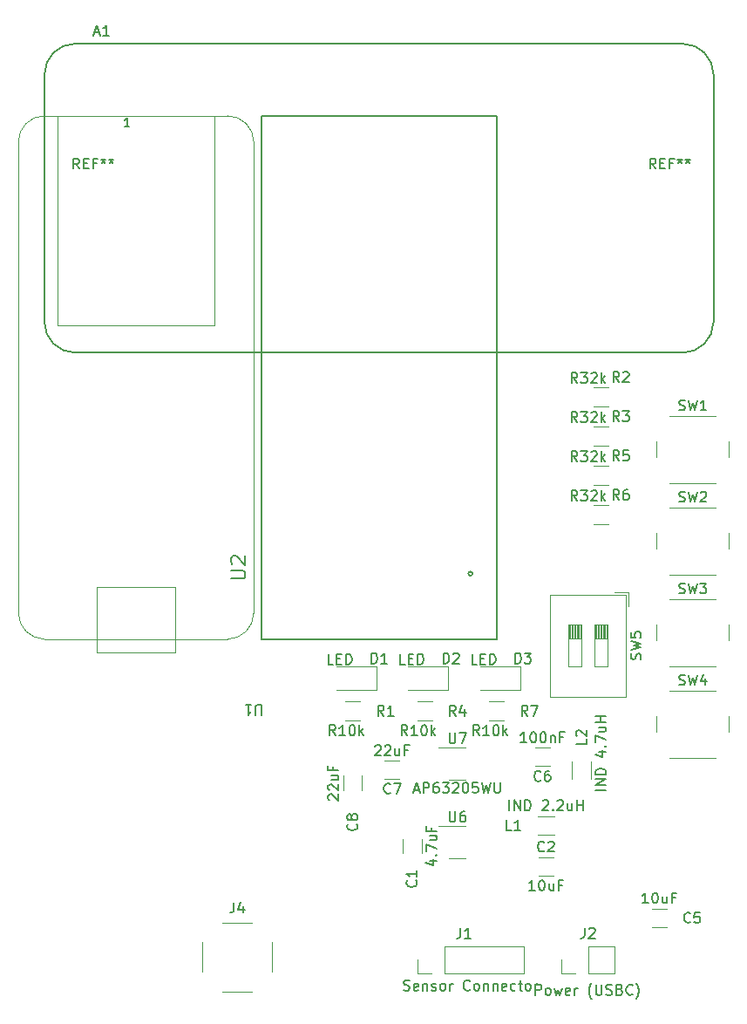
<source format=gbr>
%TF.GenerationSoftware,KiCad,Pcbnew,(6.0.5-0)*%
%TF.CreationDate,2022-10-17T18:29:33-07:00*%
%TF.ProjectId,Pioneer Controller,50696f6e-6565-4722-9043-6f6e74726f6c,rev?*%
%TF.SameCoordinates,Original*%
%TF.FileFunction,Legend,Top*%
%TF.FilePolarity,Positive*%
%FSLAX46Y46*%
G04 Gerber Fmt 4.6, Leading zero omitted, Abs format (unit mm)*
G04 Created by KiCad (PCBNEW (6.0.5-0)) date 2022-10-17 18:29:33*
%MOMM*%
%LPD*%
G01*
G04 APERTURE LIST*
%ADD10C,0.150000*%
%ADD11C,0.127000*%
%ADD12C,0.203200*%
%ADD13C,0.120000*%
G04 APERTURE END LIST*
D10*
%TO.C,U2*%
X50384150Y-76037660D02*
X51519867Y-76037660D01*
X51653481Y-75970853D01*
X51720288Y-75904046D01*
X51787095Y-75770432D01*
X51787095Y-75503205D01*
X51720288Y-75369591D01*
X51653481Y-75302784D01*
X51519867Y-75235977D01*
X50384150Y-75235977D01*
X50517764Y-74634715D02*
X50450957Y-74567908D01*
X50384150Y-74434294D01*
X50384150Y-74100260D01*
X50450957Y-73966646D01*
X50517764Y-73899839D01*
X50651378Y-73833032D01*
X50784992Y-73833032D01*
X50985412Y-73899839D01*
X51787095Y-74701522D01*
X51787095Y-73833032D01*
%TO.C,L2*%
X84907380Y-91606666D02*
X84907380Y-92082857D01*
X83907380Y-92082857D01*
X84002619Y-91320952D02*
X83955000Y-91273333D01*
X83907380Y-91178095D01*
X83907380Y-90940000D01*
X83955000Y-90844761D01*
X84002619Y-90797142D01*
X84097857Y-90749523D01*
X84193095Y-90749523D01*
X84335952Y-90797142D01*
X84907380Y-91368571D01*
X84907380Y-90749523D01*
X86812380Y-96571428D02*
X85812380Y-96571428D01*
X86812380Y-96095238D02*
X85812380Y-96095238D01*
X86812380Y-95523809D01*
X85812380Y-95523809D01*
X86812380Y-95047619D02*
X85812380Y-95047619D01*
X85812380Y-94809523D01*
X85860000Y-94666666D01*
X85955238Y-94571428D01*
X86050476Y-94523809D01*
X86240952Y-94476190D01*
X86383809Y-94476190D01*
X86574285Y-94523809D01*
X86669523Y-94571428D01*
X86764761Y-94666666D01*
X86812380Y-94809523D01*
X86812380Y-95047619D01*
X86145714Y-92857142D02*
X86812380Y-92857142D01*
X85764761Y-93095238D02*
X86479047Y-93333333D01*
X86479047Y-92714285D01*
X86717142Y-92333333D02*
X86764761Y-92285714D01*
X86812380Y-92333333D01*
X86764761Y-92380952D01*
X86717142Y-92333333D01*
X86812380Y-92333333D01*
X85812380Y-91952380D02*
X85812380Y-91285714D01*
X86812380Y-91714285D01*
X86145714Y-90476190D02*
X86812380Y-90476190D01*
X86145714Y-90904761D02*
X86669523Y-90904761D01*
X86764761Y-90857142D01*
X86812380Y-90761904D01*
X86812380Y-90619047D01*
X86764761Y-90523809D01*
X86717142Y-90476190D01*
X86812380Y-90000000D02*
X85812380Y-90000000D01*
X86288571Y-90000000D02*
X86288571Y-89428571D01*
X86812380Y-89428571D02*
X85812380Y-89428571D01*
%TO.C,U6*%
X71628095Y-98652380D02*
X71628095Y-99461904D01*
X71675714Y-99557142D01*
X71723333Y-99604761D01*
X71818571Y-99652380D01*
X72009047Y-99652380D01*
X72104285Y-99604761D01*
X72151904Y-99557142D01*
X72199523Y-99461904D01*
X72199523Y-98652380D01*
X73104285Y-98652380D02*
X72913809Y-98652380D01*
X72818571Y-98700000D01*
X72770952Y-98747619D01*
X72675714Y-98890476D01*
X72628095Y-99080952D01*
X72628095Y-99461904D01*
X72675714Y-99557142D01*
X72723333Y-99604761D01*
X72818571Y-99652380D01*
X73009047Y-99652380D01*
X73104285Y-99604761D01*
X73151904Y-99557142D01*
X73199523Y-99461904D01*
X73199523Y-99223809D01*
X73151904Y-99128571D01*
X73104285Y-99080952D01*
X73009047Y-99033333D01*
X72818571Y-99033333D01*
X72723333Y-99080952D01*
X72675714Y-99128571D01*
X72628095Y-99223809D01*
%TO.C,U1*%
X53371904Y-89272619D02*
X53371904Y-88463095D01*
X53324285Y-88367857D01*
X53276666Y-88320238D01*
X53181428Y-88272619D01*
X52990952Y-88272619D01*
X52895714Y-88320238D01*
X52848095Y-88367857D01*
X52800476Y-88463095D01*
X52800476Y-89272619D01*
X51800476Y-88272619D02*
X52371904Y-88272619D01*
X52086190Y-88272619D02*
X52086190Y-89272619D01*
X52181428Y-89129761D01*
X52276666Y-89034523D01*
X52371904Y-88986904D01*
%TO.C,R7*%
X79208333Y-89352380D02*
X78875000Y-88876190D01*
X78636904Y-89352380D02*
X78636904Y-88352380D01*
X79017857Y-88352380D01*
X79113095Y-88400000D01*
X79160714Y-88447619D01*
X79208333Y-88542857D01*
X79208333Y-88685714D01*
X79160714Y-88780952D01*
X79113095Y-88828571D01*
X79017857Y-88876190D01*
X78636904Y-88876190D01*
X79541666Y-88352380D02*
X80208333Y-88352380D01*
X79779761Y-89352380D01*
X74517380Y-91257380D02*
X74184047Y-90781190D01*
X73945952Y-91257380D02*
X73945952Y-90257380D01*
X74326904Y-90257380D01*
X74422142Y-90305000D01*
X74469761Y-90352619D01*
X74517380Y-90447857D01*
X74517380Y-90590714D01*
X74469761Y-90685952D01*
X74422142Y-90733571D01*
X74326904Y-90781190D01*
X73945952Y-90781190D01*
X75469761Y-91257380D02*
X74898333Y-91257380D01*
X75184047Y-91257380D02*
X75184047Y-90257380D01*
X75088809Y-90400238D01*
X74993571Y-90495476D01*
X74898333Y-90543095D01*
X76088809Y-90257380D02*
X76184047Y-90257380D01*
X76279285Y-90305000D01*
X76326904Y-90352619D01*
X76374523Y-90447857D01*
X76422142Y-90638333D01*
X76422142Y-90876428D01*
X76374523Y-91066904D01*
X76326904Y-91162142D01*
X76279285Y-91209761D01*
X76184047Y-91257380D01*
X76088809Y-91257380D01*
X75993571Y-91209761D01*
X75945952Y-91162142D01*
X75898333Y-91066904D01*
X75850714Y-90876428D01*
X75850714Y-90638333D01*
X75898333Y-90447857D01*
X75945952Y-90352619D01*
X75993571Y-90305000D01*
X76088809Y-90257380D01*
X76850714Y-91257380D02*
X76850714Y-90257380D01*
X76945952Y-90876428D02*
X77231666Y-91257380D01*
X77231666Y-90590714D02*
X76850714Y-90971666D01*
%TO.C,C2*%
X80833333Y-102452142D02*
X80785714Y-102499761D01*
X80642857Y-102547380D01*
X80547619Y-102547380D01*
X80404761Y-102499761D01*
X80309523Y-102404523D01*
X80261904Y-102309285D01*
X80214285Y-102118809D01*
X80214285Y-101975952D01*
X80261904Y-101785476D01*
X80309523Y-101690238D01*
X80404761Y-101595000D01*
X80547619Y-101547380D01*
X80642857Y-101547380D01*
X80785714Y-101595000D01*
X80833333Y-101642619D01*
X81214285Y-101642619D02*
X81261904Y-101595000D01*
X81357142Y-101547380D01*
X81595238Y-101547380D01*
X81690476Y-101595000D01*
X81738095Y-101642619D01*
X81785714Y-101737857D01*
X81785714Y-101833095D01*
X81738095Y-101975952D01*
X81166666Y-102547380D01*
X81785714Y-102547380D01*
X79928571Y-106302380D02*
X79357142Y-106302380D01*
X79642857Y-106302380D02*
X79642857Y-105302380D01*
X79547619Y-105445238D01*
X79452380Y-105540476D01*
X79357142Y-105588095D01*
X80547619Y-105302380D02*
X80642857Y-105302380D01*
X80738095Y-105350000D01*
X80785714Y-105397619D01*
X80833333Y-105492857D01*
X80880952Y-105683333D01*
X80880952Y-105921428D01*
X80833333Y-106111904D01*
X80785714Y-106207142D01*
X80738095Y-106254761D01*
X80642857Y-106302380D01*
X80547619Y-106302380D01*
X80452380Y-106254761D01*
X80404761Y-106207142D01*
X80357142Y-106111904D01*
X80309523Y-105921428D01*
X80309523Y-105683333D01*
X80357142Y-105492857D01*
X80404761Y-105397619D01*
X80452380Y-105350000D01*
X80547619Y-105302380D01*
X81738095Y-105635714D02*
X81738095Y-106302380D01*
X81309523Y-105635714D02*
X81309523Y-106159523D01*
X81357142Y-106254761D01*
X81452380Y-106302380D01*
X81595238Y-106302380D01*
X81690476Y-106254761D01*
X81738095Y-106207142D01*
X82547619Y-105778571D02*
X82214285Y-105778571D01*
X82214285Y-106302380D02*
X82214285Y-105302380D01*
X82690476Y-105302380D01*
%TO.C,C5*%
X95008333Y-109357142D02*
X94960714Y-109404761D01*
X94817857Y-109452380D01*
X94722619Y-109452380D01*
X94579761Y-109404761D01*
X94484523Y-109309523D01*
X94436904Y-109214285D01*
X94389285Y-109023809D01*
X94389285Y-108880952D01*
X94436904Y-108690476D01*
X94484523Y-108595238D01*
X94579761Y-108500000D01*
X94722619Y-108452380D01*
X94817857Y-108452380D01*
X94960714Y-108500000D01*
X95008333Y-108547619D01*
X95913095Y-108452380D02*
X95436904Y-108452380D01*
X95389285Y-108928571D01*
X95436904Y-108880952D01*
X95532142Y-108833333D01*
X95770238Y-108833333D01*
X95865476Y-108880952D01*
X95913095Y-108928571D01*
X95960714Y-109023809D01*
X95960714Y-109261904D01*
X95913095Y-109357142D01*
X95865476Y-109404761D01*
X95770238Y-109452380D01*
X95532142Y-109452380D01*
X95436904Y-109404761D01*
X95389285Y-109357142D01*
X90928571Y-107547380D02*
X90357142Y-107547380D01*
X90642857Y-107547380D02*
X90642857Y-106547380D01*
X90547619Y-106690238D01*
X90452380Y-106785476D01*
X90357142Y-106833095D01*
X91547619Y-106547380D02*
X91642857Y-106547380D01*
X91738095Y-106595000D01*
X91785714Y-106642619D01*
X91833333Y-106737857D01*
X91880952Y-106928333D01*
X91880952Y-107166428D01*
X91833333Y-107356904D01*
X91785714Y-107452142D01*
X91738095Y-107499761D01*
X91642857Y-107547380D01*
X91547619Y-107547380D01*
X91452380Y-107499761D01*
X91404761Y-107452142D01*
X91357142Y-107356904D01*
X91309523Y-107166428D01*
X91309523Y-106928333D01*
X91357142Y-106737857D01*
X91404761Y-106642619D01*
X91452380Y-106595000D01*
X91547619Y-106547380D01*
X92738095Y-106880714D02*
X92738095Y-107547380D01*
X92309523Y-106880714D02*
X92309523Y-107404523D01*
X92357142Y-107499761D01*
X92452380Y-107547380D01*
X92595238Y-107547380D01*
X92690476Y-107499761D01*
X92738095Y-107452142D01*
X93547619Y-107023571D02*
X93214285Y-107023571D01*
X93214285Y-107547380D02*
X93214285Y-106547380D01*
X93690476Y-106547380D01*
%TO.C,C1*%
X68357142Y-105341666D02*
X68404761Y-105389285D01*
X68452380Y-105532142D01*
X68452380Y-105627380D01*
X68404761Y-105770238D01*
X68309523Y-105865476D01*
X68214285Y-105913095D01*
X68023809Y-105960714D01*
X67880952Y-105960714D01*
X67690476Y-105913095D01*
X67595238Y-105865476D01*
X67500000Y-105770238D01*
X67452380Y-105627380D01*
X67452380Y-105532142D01*
X67500000Y-105389285D01*
X67547619Y-105341666D01*
X68452380Y-104389285D02*
X68452380Y-104960714D01*
X68452380Y-104675000D02*
X67452380Y-104675000D01*
X67595238Y-104770238D01*
X67690476Y-104865476D01*
X67738095Y-104960714D01*
X69690714Y-103404761D02*
X70357380Y-103404761D01*
X69309761Y-103642857D02*
X70024047Y-103880952D01*
X70024047Y-103261904D01*
X70262142Y-102880952D02*
X70309761Y-102833333D01*
X70357380Y-102880952D01*
X70309761Y-102928571D01*
X70262142Y-102880952D01*
X70357380Y-102880952D01*
X69357380Y-102500000D02*
X69357380Y-101833333D01*
X70357380Y-102261904D01*
X69690714Y-101023809D02*
X70357380Y-101023809D01*
X69690714Y-101452380D02*
X70214523Y-101452380D01*
X70309761Y-101404761D01*
X70357380Y-101309523D01*
X70357380Y-101166666D01*
X70309761Y-101071428D01*
X70262142Y-101023809D01*
X69833571Y-100214285D02*
X69833571Y-100547619D01*
X70357380Y-100547619D02*
X69357380Y-100547619D01*
X69357380Y-100071428D01*
%TO.C,SW2*%
X93916666Y-68544761D02*
X94059523Y-68592380D01*
X94297619Y-68592380D01*
X94392857Y-68544761D01*
X94440476Y-68497142D01*
X94488095Y-68401904D01*
X94488095Y-68306666D01*
X94440476Y-68211428D01*
X94392857Y-68163809D01*
X94297619Y-68116190D01*
X94107142Y-68068571D01*
X94011904Y-68020952D01*
X93964285Y-67973333D01*
X93916666Y-67878095D01*
X93916666Y-67782857D01*
X93964285Y-67687619D01*
X94011904Y-67640000D01*
X94107142Y-67592380D01*
X94345238Y-67592380D01*
X94488095Y-67640000D01*
X94821428Y-67592380D02*
X95059523Y-68592380D01*
X95250000Y-67878095D01*
X95440476Y-68592380D01*
X95678571Y-67592380D01*
X96011904Y-67687619D02*
X96059523Y-67640000D01*
X96154761Y-67592380D01*
X96392857Y-67592380D01*
X96488095Y-67640000D01*
X96535714Y-67687619D01*
X96583333Y-67782857D01*
X96583333Y-67878095D01*
X96535714Y-68020952D01*
X95964285Y-68592380D01*
X96583333Y-68592380D01*
%TO.C,D1*%
X64031904Y-84272380D02*
X64031904Y-83272380D01*
X64270000Y-83272380D01*
X64412857Y-83320000D01*
X64508095Y-83415238D01*
X64555714Y-83510476D01*
X64603333Y-83700952D01*
X64603333Y-83843809D01*
X64555714Y-84034285D01*
X64508095Y-84129523D01*
X64412857Y-84224761D01*
X64270000Y-84272380D01*
X64031904Y-84272380D01*
X65555714Y-84272380D02*
X64984285Y-84272380D01*
X65270000Y-84272380D02*
X65270000Y-83272380D01*
X65174761Y-83415238D01*
X65079523Y-83510476D01*
X64984285Y-83558095D01*
X60317142Y-84357380D02*
X59840952Y-84357380D01*
X59840952Y-83357380D01*
X60650476Y-83833571D02*
X60983809Y-83833571D01*
X61126666Y-84357380D02*
X60650476Y-84357380D01*
X60650476Y-83357380D01*
X61126666Y-83357380D01*
X61555238Y-84357380D02*
X61555238Y-83357380D01*
X61793333Y-83357380D01*
X61936190Y-83405000D01*
X62031428Y-83500238D01*
X62079047Y-83595476D01*
X62126666Y-83785952D01*
X62126666Y-83928809D01*
X62079047Y-84119285D01*
X62031428Y-84214523D01*
X61936190Y-84309761D01*
X61793333Y-84357380D01*
X61555238Y-84357380D01*
%TO.C,R3*%
X88098333Y-60777380D02*
X87765000Y-60301190D01*
X87526904Y-60777380D02*
X87526904Y-59777380D01*
X87907857Y-59777380D01*
X88003095Y-59825000D01*
X88050714Y-59872619D01*
X88098333Y-59967857D01*
X88098333Y-60110714D01*
X88050714Y-60205952D01*
X88003095Y-60253571D01*
X87907857Y-60301190D01*
X87526904Y-60301190D01*
X88431666Y-59777380D02*
X89050714Y-59777380D01*
X88717380Y-60158333D01*
X88860238Y-60158333D01*
X88955476Y-60205952D01*
X89003095Y-60253571D01*
X89050714Y-60348809D01*
X89050714Y-60586904D01*
X89003095Y-60682142D01*
X88955476Y-60729761D01*
X88860238Y-60777380D01*
X88574523Y-60777380D01*
X88479285Y-60729761D01*
X88431666Y-60682142D01*
X84042380Y-60862380D02*
X83709047Y-60386190D01*
X83470952Y-60862380D02*
X83470952Y-59862380D01*
X83851904Y-59862380D01*
X83947142Y-59910000D01*
X83994761Y-59957619D01*
X84042380Y-60052857D01*
X84042380Y-60195714D01*
X83994761Y-60290952D01*
X83947142Y-60338571D01*
X83851904Y-60386190D01*
X83470952Y-60386190D01*
X84375714Y-59862380D02*
X84994761Y-59862380D01*
X84661428Y-60243333D01*
X84804285Y-60243333D01*
X84899523Y-60290952D01*
X84947142Y-60338571D01*
X84994761Y-60433809D01*
X84994761Y-60671904D01*
X84947142Y-60767142D01*
X84899523Y-60814761D01*
X84804285Y-60862380D01*
X84518571Y-60862380D01*
X84423333Y-60814761D01*
X84375714Y-60767142D01*
X85375714Y-59957619D02*
X85423333Y-59910000D01*
X85518571Y-59862380D01*
X85756666Y-59862380D01*
X85851904Y-59910000D01*
X85899523Y-59957619D01*
X85947142Y-60052857D01*
X85947142Y-60148095D01*
X85899523Y-60290952D01*
X85328095Y-60862380D01*
X85947142Y-60862380D01*
X86375714Y-60862380D02*
X86375714Y-59862380D01*
X86470952Y-60481428D02*
X86756666Y-60862380D01*
X86756666Y-60195714D02*
X86375714Y-60576666D01*
%TO.C,R2*%
X88098333Y-56967380D02*
X87765000Y-56491190D01*
X87526904Y-56967380D02*
X87526904Y-55967380D01*
X87907857Y-55967380D01*
X88003095Y-56015000D01*
X88050714Y-56062619D01*
X88098333Y-56157857D01*
X88098333Y-56300714D01*
X88050714Y-56395952D01*
X88003095Y-56443571D01*
X87907857Y-56491190D01*
X87526904Y-56491190D01*
X88479285Y-56062619D02*
X88526904Y-56015000D01*
X88622142Y-55967380D01*
X88860238Y-55967380D01*
X88955476Y-56015000D01*
X89003095Y-56062619D01*
X89050714Y-56157857D01*
X89050714Y-56253095D01*
X89003095Y-56395952D01*
X88431666Y-56967380D01*
X89050714Y-56967380D01*
X84042380Y-57052380D02*
X83709047Y-56576190D01*
X83470952Y-57052380D02*
X83470952Y-56052380D01*
X83851904Y-56052380D01*
X83947142Y-56100000D01*
X83994761Y-56147619D01*
X84042380Y-56242857D01*
X84042380Y-56385714D01*
X83994761Y-56480952D01*
X83947142Y-56528571D01*
X83851904Y-56576190D01*
X83470952Y-56576190D01*
X84375714Y-56052380D02*
X84994761Y-56052380D01*
X84661428Y-56433333D01*
X84804285Y-56433333D01*
X84899523Y-56480952D01*
X84947142Y-56528571D01*
X84994761Y-56623809D01*
X84994761Y-56861904D01*
X84947142Y-56957142D01*
X84899523Y-57004761D01*
X84804285Y-57052380D01*
X84518571Y-57052380D01*
X84423333Y-57004761D01*
X84375714Y-56957142D01*
X85375714Y-56147619D02*
X85423333Y-56100000D01*
X85518571Y-56052380D01*
X85756666Y-56052380D01*
X85851904Y-56100000D01*
X85899523Y-56147619D01*
X85947142Y-56242857D01*
X85947142Y-56338095D01*
X85899523Y-56480952D01*
X85328095Y-57052380D01*
X85947142Y-57052380D01*
X86375714Y-57052380D02*
X86375714Y-56052380D01*
X86470952Y-56671428D02*
X86756666Y-57052380D01*
X86756666Y-56385714D02*
X86375714Y-56766666D01*
%TO.C,SW3*%
X93916666Y-77434761D02*
X94059523Y-77482380D01*
X94297619Y-77482380D01*
X94392857Y-77434761D01*
X94440476Y-77387142D01*
X94488095Y-77291904D01*
X94488095Y-77196666D01*
X94440476Y-77101428D01*
X94392857Y-77053809D01*
X94297619Y-77006190D01*
X94107142Y-76958571D01*
X94011904Y-76910952D01*
X93964285Y-76863333D01*
X93916666Y-76768095D01*
X93916666Y-76672857D01*
X93964285Y-76577619D01*
X94011904Y-76530000D01*
X94107142Y-76482380D01*
X94345238Y-76482380D01*
X94488095Y-76530000D01*
X94821428Y-76482380D02*
X95059523Y-77482380D01*
X95250000Y-76768095D01*
X95440476Y-77482380D01*
X95678571Y-76482380D01*
X95964285Y-76482380D02*
X96583333Y-76482380D01*
X96250000Y-76863333D01*
X96392857Y-76863333D01*
X96488095Y-76910952D01*
X96535714Y-76958571D01*
X96583333Y-77053809D01*
X96583333Y-77291904D01*
X96535714Y-77387142D01*
X96488095Y-77434761D01*
X96392857Y-77482380D01*
X96107142Y-77482380D01*
X96011904Y-77434761D01*
X95964285Y-77387142D01*
%TO.C,REF\u002A\u002A*%
X35666666Y-36252380D02*
X35333333Y-35776190D01*
X35095238Y-36252380D02*
X35095238Y-35252380D01*
X35476190Y-35252380D01*
X35571428Y-35300000D01*
X35619047Y-35347619D01*
X35666666Y-35442857D01*
X35666666Y-35585714D01*
X35619047Y-35680952D01*
X35571428Y-35728571D01*
X35476190Y-35776190D01*
X35095238Y-35776190D01*
X36095238Y-35728571D02*
X36428571Y-35728571D01*
X36571428Y-36252380D02*
X36095238Y-36252380D01*
X36095238Y-35252380D01*
X36571428Y-35252380D01*
X37333333Y-35728571D02*
X37000000Y-35728571D01*
X37000000Y-36252380D02*
X37000000Y-35252380D01*
X37476190Y-35252380D01*
X38000000Y-35252380D02*
X38000000Y-35490476D01*
X37761904Y-35395238D02*
X38000000Y-35490476D01*
X38238095Y-35395238D01*
X37857142Y-35680952D02*
X38000000Y-35490476D01*
X38142857Y-35680952D01*
X38761904Y-35252380D02*
X38761904Y-35490476D01*
X38523809Y-35395238D02*
X38761904Y-35490476D01*
X39000000Y-35395238D01*
X38619047Y-35680952D02*
X38761904Y-35490476D01*
X38904761Y-35680952D01*
%TO.C,J4*%
X50666666Y-107478380D02*
X50666666Y-108192666D01*
X50619047Y-108335523D01*
X50523809Y-108430761D01*
X50380952Y-108478380D01*
X50285714Y-108478380D01*
X51571428Y-107811714D02*
X51571428Y-108478380D01*
X51333333Y-107430761D02*
X51095238Y-108145047D01*
X51714285Y-108145047D01*
%TO.C,C6*%
X80478333Y-95607142D02*
X80430714Y-95654761D01*
X80287857Y-95702380D01*
X80192619Y-95702380D01*
X80049761Y-95654761D01*
X79954523Y-95559523D01*
X79906904Y-95464285D01*
X79859285Y-95273809D01*
X79859285Y-95130952D01*
X79906904Y-94940476D01*
X79954523Y-94845238D01*
X80049761Y-94750000D01*
X80192619Y-94702380D01*
X80287857Y-94702380D01*
X80430714Y-94750000D01*
X80478333Y-94797619D01*
X81335476Y-94702380D02*
X81145000Y-94702380D01*
X81049761Y-94750000D01*
X81002142Y-94797619D01*
X80906904Y-94940476D01*
X80859285Y-95130952D01*
X80859285Y-95511904D01*
X80906904Y-95607142D01*
X80954523Y-95654761D01*
X81049761Y-95702380D01*
X81240238Y-95702380D01*
X81335476Y-95654761D01*
X81383095Y-95607142D01*
X81430714Y-95511904D01*
X81430714Y-95273809D01*
X81383095Y-95178571D01*
X81335476Y-95130952D01*
X81240238Y-95083333D01*
X81049761Y-95083333D01*
X80954523Y-95130952D01*
X80906904Y-95178571D01*
X80859285Y-95273809D01*
X79097380Y-91947380D02*
X78525952Y-91947380D01*
X78811666Y-91947380D02*
X78811666Y-90947380D01*
X78716428Y-91090238D01*
X78621190Y-91185476D01*
X78525952Y-91233095D01*
X79716428Y-90947380D02*
X79811666Y-90947380D01*
X79906904Y-90995000D01*
X79954523Y-91042619D01*
X80002142Y-91137857D01*
X80049761Y-91328333D01*
X80049761Y-91566428D01*
X80002142Y-91756904D01*
X79954523Y-91852142D01*
X79906904Y-91899761D01*
X79811666Y-91947380D01*
X79716428Y-91947380D01*
X79621190Y-91899761D01*
X79573571Y-91852142D01*
X79525952Y-91756904D01*
X79478333Y-91566428D01*
X79478333Y-91328333D01*
X79525952Y-91137857D01*
X79573571Y-91042619D01*
X79621190Y-90995000D01*
X79716428Y-90947380D01*
X80668809Y-90947380D02*
X80764047Y-90947380D01*
X80859285Y-90995000D01*
X80906904Y-91042619D01*
X80954523Y-91137857D01*
X81002142Y-91328333D01*
X81002142Y-91566428D01*
X80954523Y-91756904D01*
X80906904Y-91852142D01*
X80859285Y-91899761D01*
X80764047Y-91947380D01*
X80668809Y-91947380D01*
X80573571Y-91899761D01*
X80525952Y-91852142D01*
X80478333Y-91756904D01*
X80430714Y-91566428D01*
X80430714Y-91328333D01*
X80478333Y-91137857D01*
X80525952Y-91042619D01*
X80573571Y-90995000D01*
X80668809Y-90947380D01*
X81430714Y-91280714D02*
X81430714Y-91947380D01*
X81430714Y-91375952D02*
X81478333Y-91328333D01*
X81573571Y-91280714D01*
X81716428Y-91280714D01*
X81811666Y-91328333D01*
X81859285Y-91423571D01*
X81859285Y-91947380D01*
X82668809Y-91423571D02*
X82335476Y-91423571D01*
X82335476Y-91947380D02*
X82335476Y-90947380D01*
X82811666Y-90947380D01*
%TO.C,J2*%
X84761666Y-109942380D02*
X84761666Y-110656666D01*
X84714047Y-110799523D01*
X84618809Y-110894761D01*
X84475952Y-110942380D01*
X84380714Y-110942380D01*
X85190238Y-110037619D02*
X85237857Y-109990000D01*
X85333095Y-109942380D01*
X85571190Y-109942380D01*
X85666428Y-109990000D01*
X85714047Y-110037619D01*
X85761666Y-110132857D01*
X85761666Y-110228095D01*
X85714047Y-110370952D01*
X85142619Y-110942380D01*
X85761666Y-110942380D01*
X79976190Y-116452380D02*
X79976190Y-115452380D01*
X80357142Y-115452380D01*
X80452380Y-115500000D01*
X80500000Y-115547619D01*
X80547619Y-115642857D01*
X80547619Y-115785714D01*
X80500000Y-115880952D01*
X80452380Y-115928571D01*
X80357142Y-115976190D01*
X79976190Y-115976190D01*
X81119047Y-116452380D02*
X81023809Y-116404761D01*
X80976190Y-116357142D01*
X80928571Y-116261904D01*
X80928571Y-115976190D01*
X80976190Y-115880952D01*
X81023809Y-115833333D01*
X81119047Y-115785714D01*
X81261904Y-115785714D01*
X81357142Y-115833333D01*
X81404761Y-115880952D01*
X81452380Y-115976190D01*
X81452380Y-116261904D01*
X81404761Y-116357142D01*
X81357142Y-116404761D01*
X81261904Y-116452380D01*
X81119047Y-116452380D01*
X81785714Y-115785714D02*
X81976190Y-116452380D01*
X82166666Y-115976190D01*
X82357142Y-116452380D01*
X82547619Y-115785714D01*
X83309523Y-116404761D02*
X83214285Y-116452380D01*
X83023809Y-116452380D01*
X82928571Y-116404761D01*
X82880952Y-116309523D01*
X82880952Y-115928571D01*
X82928571Y-115833333D01*
X83023809Y-115785714D01*
X83214285Y-115785714D01*
X83309523Y-115833333D01*
X83357142Y-115928571D01*
X83357142Y-116023809D01*
X82880952Y-116119047D01*
X83785714Y-116452380D02*
X83785714Y-115785714D01*
X83785714Y-115976190D02*
X83833333Y-115880952D01*
X83880952Y-115833333D01*
X83976190Y-115785714D01*
X84071428Y-115785714D01*
X85452380Y-116833333D02*
X85404761Y-116785714D01*
X85309523Y-116642857D01*
X85261904Y-116547619D01*
X85214285Y-116404761D01*
X85166666Y-116166666D01*
X85166666Y-115976190D01*
X85214285Y-115738095D01*
X85261904Y-115595238D01*
X85309523Y-115500000D01*
X85404761Y-115357142D01*
X85452380Y-115309523D01*
X85833333Y-115452380D02*
X85833333Y-116261904D01*
X85880952Y-116357142D01*
X85928571Y-116404761D01*
X86023809Y-116452380D01*
X86214285Y-116452380D01*
X86309523Y-116404761D01*
X86357142Y-116357142D01*
X86404761Y-116261904D01*
X86404761Y-115452380D01*
X86833333Y-116404761D02*
X86976190Y-116452380D01*
X87214285Y-116452380D01*
X87309523Y-116404761D01*
X87357142Y-116357142D01*
X87404761Y-116261904D01*
X87404761Y-116166666D01*
X87357142Y-116071428D01*
X87309523Y-116023809D01*
X87214285Y-115976190D01*
X87023809Y-115928571D01*
X86928571Y-115880952D01*
X86880952Y-115833333D01*
X86833333Y-115738095D01*
X86833333Y-115642857D01*
X86880952Y-115547619D01*
X86928571Y-115500000D01*
X87023809Y-115452380D01*
X87261904Y-115452380D01*
X87404761Y-115500000D01*
X88166666Y-115928571D02*
X88309523Y-115976190D01*
X88357142Y-116023809D01*
X88404761Y-116119047D01*
X88404761Y-116261904D01*
X88357142Y-116357142D01*
X88309523Y-116404761D01*
X88214285Y-116452380D01*
X87833333Y-116452380D01*
X87833333Y-115452380D01*
X88166666Y-115452380D01*
X88261904Y-115500000D01*
X88309523Y-115547619D01*
X88357142Y-115642857D01*
X88357142Y-115738095D01*
X88309523Y-115833333D01*
X88261904Y-115880952D01*
X88166666Y-115928571D01*
X87833333Y-115928571D01*
X89404761Y-116357142D02*
X89357142Y-116404761D01*
X89214285Y-116452380D01*
X89119047Y-116452380D01*
X88976190Y-116404761D01*
X88880952Y-116309523D01*
X88833333Y-116214285D01*
X88785714Y-116023809D01*
X88785714Y-115880952D01*
X88833333Y-115690476D01*
X88880952Y-115595238D01*
X88976190Y-115500000D01*
X89119047Y-115452380D01*
X89214285Y-115452380D01*
X89357142Y-115500000D01*
X89404761Y-115547619D01*
X89738095Y-116833333D02*
X89785714Y-116785714D01*
X89880952Y-116642857D01*
X89928571Y-116547619D01*
X89976190Y-116404761D01*
X90023809Y-116166666D01*
X90023809Y-115976190D01*
X89976190Y-115738095D01*
X89928571Y-115595238D01*
X89880952Y-115500000D01*
X89785714Y-115357142D01*
X89738095Y-115309523D01*
%TO.C,SW1*%
X93916666Y-59654761D02*
X94059523Y-59702380D01*
X94297619Y-59702380D01*
X94392857Y-59654761D01*
X94440476Y-59607142D01*
X94488095Y-59511904D01*
X94488095Y-59416666D01*
X94440476Y-59321428D01*
X94392857Y-59273809D01*
X94297619Y-59226190D01*
X94107142Y-59178571D01*
X94011904Y-59130952D01*
X93964285Y-59083333D01*
X93916666Y-58988095D01*
X93916666Y-58892857D01*
X93964285Y-58797619D01*
X94011904Y-58750000D01*
X94107142Y-58702380D01*
X94345238Y-58702380D01*
X94488095Y-58750000D01*
X94821428Y-58702380D02*
X95059523Y-59702380D01*
X95250000Y-58988095D01*
X95440476Y-59702380D01*
X95678571Y-58702380D01*
X96583333Y-59702380D02*
X96011904Y-59702380D01*
X96297619Y-59702380D02*
X96297619Y-58702380D01*
X96202380Y-58845238D01*
X96107142Y-58940476D01*
X96011904Y-58988095D01*
%TO.C,A1*%
X37130364Y-23026981D02*
X37607454Y-23026981D01*
X37034946Y-23313235D02*
X37368909Y-22311345D01*
X37702872Y-23313235D01*
X38561635Y-23313235D02*
X37989127Y-23313235D01*
X38275381Y-23313235D02*
X38275381Y-22311345D01*
X38179963Y-22454473D01*
X38084545Y-22549891D01*
X37989127Y-22597600D01*
X40526107Y-32114028D02*
X40068492Y-32114028D01*
X40297300Y-32114028D02*
X40297300Y-31313201D01*
X40221030Y-31427605D01*
X40144761Y-31503874D01*
X40068492Y-31542009D01*
%TO.C,C7*%
X65873333Y-96822142D02*
X65825714Y-96869761D01*
X65682857Y-96917380D01*
X65587619Y-96917380D01*
X65444761Y-96869761D01*
X65349523Y-96774523D01*
X65301904Y-96679285D01*
X65254285Y-96488809D01*
X65254285Y-96345952D01*
X65301904Y-96155476D01*
X65349523Y-96060238D01*
X65444761Y-95965000D01*
X65587619Y-95917380D01*
X65682857Y-95917380D01*
X65825714Y-95965000D01*
X65873333Y-96012619D01*
X66206666Y-95917380D02*
X66873333Y-95917380D01*
X66444761Y-96917380D01*
X64397142Y-92312619D02*
X64444761Y-92265000D01*
X64540000Y-92217380D01*
X64778095Y-92217380D01*
X64873333Y-92265000D01*
X64920952Y-92312619D01*
X64968571Y-92407857D01*
X64968571Y-92503095D01*
X64920952Y-92645952D01*
X64349523Y-93217380D01*
X64968571Y-93217380D01*
X65349523Y-92312619D02*
X65397142Y-92265000D01*
X65492380Y-92217380D01*
X65730476Y-92217380D01*
X65825714Y-92265000D01*
X65873333Y-92312619D01*
X65920952Y-92407857D01*
X65920952Y-92503095D01*
X65873333Y-92645952D01*
X65301904Y-93217380D01*
X65920952Y-93217380D01*
X66778095Y-92550714D02*
X66778095Y-93217380D01*
X66349523Y-92550714D02*
X66349523Y-93074523D01*
X66397142Y-93169761D01*
X66492380Y-93217380D01*
X66635238Y-93217380D01*
X66730476Y-93169761D01*
X66778095Y-93122142D01*
X67587619Y-92693571D02*
X67254285Y-92693571D01*
X67254285Y-93217380D02*
X67254285Y-92217380D01*
X67730476Y-92217380D01*
%TO.C,SW4*%
X93916666Y-86324761D02*
X94059523Y-86372380D01*
X94297619Y-86372380D01*
X94392857Y-86324761D01*
X94440476Y-86277142D01*
X94488095Y-86181904D01*
X94488095Y-86086666D01*
X94440476Y-85991428D01*
X94392857Y-85943809D01*
X94297619Y-85896190D01*
X94107142Y-85848571D01*
X94011904Y-85800952D01*
X93964285Y-85753333D01*
X93916666Y-85658095D01*
X93916666Y-85562857D01*
X93964285Y-85467619D01*
X94011904Y-85420000D01*
X94107142Y-85372380D01*
X94345238Y-85372380D01*
X94488095Y-85420000D01*
X94821428Y-85372380D02*
X95059523Y-86372380D01*
X95250000Y-85658095D01*
X95440476Y-86372380D01*
X95678571Y-85372380D01*
X96488095Y-85705714D02*
X96488095Y-86372380D01*
X96250000Y-85324761D02*
X96011904Y-86039047D01*
X96630952Y-86039047D01*
%TO.C,SW5*%
X90184761Y-83883333D02*
X90232380Y-83740476D01*
X90232380Y-83502380D01*
X90184761Y-83407142D01*
X90137142Y-83359523D01*
X90041904Y-83311904D01*
X89946666Y-83311904D01*
X89851428Y-83359523D01*
X89803809Y-83407142D01*
X89756190Y-83502380D01*
X89708571Y-83692857D01*
X89660952Y-83788095D01*
X89613333Y-83835714D01*
X89518095Y-83883333D01*
X89422857Y-83883333D01*
X89327619Y-83835714D01*
X89280000Y-83788095D01*
X89232380Y-83692857D01*
X89232380Y-83454761D01*
X89280000Y-83311904D01*
X89232380Y-82978571D02*
X90232380Y-82740476D01*
X89518095Y-82550000D01*
X90232380Y-82359523D01*
X89232380Y-82121428D01*
X89232380Y-81264285D02*
X89232380Y-81740476D01*
X89708571Y-81788095D01*
X89660952Y-81740476D01*
X89613333Y-81645238D01*
X89613333Y-81407142D01*
X89660952Y-81311904D01*
X89708571Y-81264285D01*
X89803809Y-81216666D01*
X90041904Y-81216666D01*
X90137142Y-81264285D01*
X90184761Y-81311904D01*
X90232380Y-81407142D01*
X90232380Y-81645238D01*
X90184761Y-81740476D01*
X90137142Y-81788095D01*
%TO.C,U7*%
X71628095Y-91032380D02*
X71628095Y-91841904D01*
X71675714Y-91937142D01*
X71723333Y-91984761D01*
X71818571Y-92032380D01*
X72009047Y-92032380D01*
X72104285Y-91984761D01*
X72151904Y-91937142D01*
X72199523Y-91841904D01*
X72199523Y-91032380D01*
X72580476Y-91032380D02*
X73247142Y-91032380D01*
X72818571Y-92032380D01*
X68175714Y-96546666D02*
X68651904Y-96546666D01*
X68080476Y-96832380D02*
X68413809Y-95832380D01*
X68747142Y-96832380D01*
X69080476Y-96832380D02*
X69080476Y-95832380D01*
X69461428Y-95832380D01*
X69556666Y-95880000D01*
X69604285Y-95927619D01*
X69651904Y-96022857D01*
X69651904Y-96165714D01*
X69604285Y-96260952D01*
X69556666Y-96308571D01*
X69461428Y-96356190D01*
X69080476Y-96356190D01*
X70509047Y-95832380D02*
X70318571Y-95832380D01*
X70223333Y-95880000D01*
X70175714Y-95927619D01*
X70080476Y-96070476D01*
X70032857Y-96260952D01*
X70032857Y-96641904D01*
X70080476Y-96737142D01*
X70128095Y-96784761D01*
X70223333Y-96832380D01*
X70413809Y-96832380D01*
X70509047Y-96784761D01*
X70556666Y-96737142D01*
X70604285Y-96641904D01*
X70604285Y-96403809D01*
X70556666Y-96308571D01*
X70509047Y-96260952D01*
X70413809Y-96213333D01*
X70223333Y-96213333D01*
X70128095Y-96260952D01*
X70080476Y-96308571D01*
X70032857Y-96403809D01*
X70937619Y-95832380D02*
X71556666Y-95832380D01*
X71223333Y-96213333D01*
X71366190Y-96213333D01*
X71461428Y-96260952D01*
X71509047Y-96308571D01*
X71556666Y-96403809D01*
X71556666Y-96641904D01*
X71509047Y-96737142D01*
X71461428Y-96784761D01*
X71366190Y-96832380D01*
X71080476Y-96832380D01*
X70985238Y-96784761D01*
X70937619Y-96737142D01*
X71937619Y-95927619D02*
X71985238Y-95880000D01*
X72080476Y-95832380D01*
X72318571Y-95832380D01*
X72413809Y-95880000D01*
X72461428Y-95927619D01*
X72509047Y-96022857D01*
X72509047Y-96118095D01*
X72461428Y-96260952D01*
X71890000Y-96832380D01*
X72509047Y-96832380D01*
X73128095Y-95832380D02*
X73223333Y-95832380D01*
X73318571Y-95880000D01*
X73366190Y-95927619D01*
X73413809Y-96022857D01*
X73461428Y-96213333D01*
X73461428Y-96451428D01*
X73413809Y-96641904D01*
X73366190Y-96737142D01*
X73318571Y-96784761D01*
X73223333Y-96832380D01*
X73128095Y-96832380D01*
X73032857Y-96784761D01*
X72985238Y-96737142D01*
X72937619Y-96641904D01*
X72890000Y-96451428D01*
X72890000Y-96213333D01*
X72937619Y-96022857D01*
X72985238Y-95927619D01*
X73032857Y-95880000D01*
X73128095Y-95832380D01*
X74366190Y-95832380D02*
X73890000Y-95832380D01*
X73842380Y-96308571D01*
X73890000Y-96260952D01*
X73985238Y-96213333D01*
X74223333Y-96213333D01*
X74318571Y-96260952D01*
X74366190Y-96308571D01*
X74413809Y-96403809D01*
X74413809Y-96641904D01*
X74366190Y-96737142D01*
X74318571Y-96784761D01*
X74223333Y-96832380D01*
X73985238Y-96832380D01*
X73890000Y-96784761D01*
X73842380Y-96737142D01*
X74747142Y-95832380D02*
X74985238Y-96832380D01*
X75175714Y-96118095D01*
X75366190Y-96832380D01*
X75604285Y-95832380D01*
X75985238Y-95832380D02*
X75985238Y-96641904D01*
X76032857Y-96737142D01*
X76080476Y-96784761D01*
X76175714Y-96832380D01*
X76366190Y-96832380D01*
X76461428Y-96784761D01*
X76509047Y-96737142D01*
X76556666Y-96641904D01*
X76556666Y-95832380D01*
%TO.C,D3*%
X78001904Y-84272380D02*
X78001904Y-83272380D01*
X78240000Y-83272380D01*
X78382857Y-83320000D01*
X78478095Y-83415238D01*
X78525714Y-83510476D01*
X78573333Y-83700952D01*
X78573333Y-83843809D01*
X78525714Y-84034285D01*
X78478095Y-84129523D01*
X78382857Y-84224761D01*
X78240000Y-84272380D01*
X78001904Y-84272380D01*
X78906666Y-83272380D02*
X79525714Y-83272380D01*
X79192380Y-83653333D01*
X79335238Y-83653333D01*
X79430476Y-83700952D01*
X79478095Y-83748571D01*
X79525714Y-83843809D01*
X79525714Y-84081904D01*
X79478095Y-84177142D01*
X79430476Y-84224761D01*
X79335238Y-84272380D01*
X79049523Y-84272380D01*
X78954285Y-84224761D01*
X78906666Y-84177142D01*
X74287142Y-84357380D02*
X73810952Y-84357380D01*
X73810952Y-83357380D01*
X74620476Y-83833571D02*
X74953809Y-83833571D01*
X75096666Y-84357380D02*
X74620476Y-84357380D01*
X74620476Y-83357380D01*
X75096666Y-83357380D01*
X75525238Y-84357380D02*
X75525238Y-83357380D01*
X75763333Y-83357380D01*
X75906190Y-83405000D01*
X76001428Y-83500238D01*
X76049047Y-83595476D01*
X76096666Y-83785952D01*
X76096666Y-83928809D01*
X76049047Y-84119285D01*
X76001428Y-84214523D01*
X75906190Y-84309761D01*
X75763333Y-84357380D01*
X75525238Y-84357380D01*
%TO.C,R4*%
X72223333Y-89352380D02*
X71890000Y-88876190D01*
X71651904Y-89352380D02*
X71651904Y-88352380D01*
X72032857Y-88352380D01*
X72128095Y-88400000D01*
X72175714Y-88447619D01*
X72223333Y-88542857D01*
X72223333Y-88685714D01*
X72175714Y-88780952D01*
X72128095Y-88828571D01*
X72032857Y-88876190D01*
X71651904Y-88876190D01*
X73080476Y-88685714D02*
X73080476Y-89352380D01*
X72842380Y-88304761D02*
X72604285Y-89019047D01*
X73223333Y-89019047D01*
X67532380Y-91257380D02*
X67199047Y-90781190D01*
X66960952Y-91257380D02*
X66960952Y-90257380D01*
X67341904Y-90257380D01*
X67437142Y-90305000D01*
X67484761Y-90352619D01*
X67532380Y-90447857D01*
X67532380Y-90590714D01*
X67484761Y-90685952D01*
X67437142Y-90733571D01*
X67341904Y-90781190D01*
X66960952Y-90781190D01*
X68484761Y-91257380D02*
X67913333Y-91257380D01*
X68199047Y-91257380D02*
X68199047Y-90257380D01*
X68103809Y-90400238D01*
X68008571Y-90495476D01*
X67913333Y-90543095D01*
X69103809Y-90257380D02*
X69199047Y-90257380D01*
X69294285Y-90305000D01*
X69341904Y-90352619D01*
X69389523Y-90447857D01*
X69437142Y-90638333D01*
X69437142Y-90876428D01*
X69389523Y-91066904D01*
X69341904Y-91162142D01*
X69294285Y-91209761D01*
X69199047Y-91257380D01*
X69103809Y-91257380D01*
X69008571Y-91209761D01*
X68960952Y-91162142D01*
X68913333Y-91066904D01*
X68865714Y-90876428D01*
X68865714Y-90638333D01*
X68913333Y-90447857D01*
X68960952Y-90352619D01*
X69008571Y-90305000D01*
X69103809Y-90257380D01*
X69865714Y-91257380D02*
X69865714Y-90257380D01*
X69960952Y-90876428D02*
X70246666Y-91257380D01*
X70246666Y-90590714D02*
X69865714Y-90971666D01*
%TO.C,D2*%
X71016904Y-84272380D02*
X71016904Y-83272380D01*
X71255000Y-83272380D01*
X71397857Y-83320000D01*
X71493095Y-83415238D01*
X71540714Y-83510476D01*
X71588333Y-83700952D01*
X71588333Y-83843809D01*
X71540714Y-84034285D01*
X71493095Y-84129523D01*
X71397857Y-84224761D01*
X71255000Y-84272380D01*
X71016904Y-84272380D01*
X71969285Y-83367619D02*
X72016904Y-83320000D01*
X72112142Y-83272380D01*
X72350238Y-83272380D01*
X72445476Y-83320000D01*
X72493095Y-83367619D01*
X72540714Y-83462857D01*
X72540714Y-83558095D01*
X72493095Y-83700952D01*
X71921666Y-84272380D01*
X72540714Y-84272380D01*
X67302142Y-84357380D02*
X66825952Y-84357380D01*
X66825952Y-83357380D01*
X67635476Y-83833571D02*
X67968809Y-83833571D01*
X68111666Y-84357380D02*
X67635476Y-84357380D01*
X67635476Y-83357380D01*
X68111666Y-83357380D01*
X68540238Y-84357380D02*
X68540238Y-83357380D01*
X68778333Y-83357380D01*
X68921190Y-83405000D01*
X69016428Y-83500238D01*
X69064047Y-83595476D01*
X69111666Y-83785952D01*
X69111666Y-83928809D01*
X69064047Y-84119285D01*
X69016428Y-84214523D01*
X68921190Y-84309761D01*
X68778333Y-84357380D01*
X68540238Y-84357380D01*
%TO.C,J1*%
X72691666Y-109942380D02*
X72691666Y-110656666D01*
X72644047Y-110799523D01*
X72548809Y-110894761D01*
X72405952Y-110942380D01*
X72310714Y-110942380D01*
X73691666Y-110942380D02*
X73120238Y-110942380D01*
X73405952Y-110942380D02*
X73405952Y-109942380D01*
X73310714Y-110085238D01*
X73215476Y-110180476D01*
X73120238Y-110228095D01*
X67183809Y-115974761D02*
X67326666Y-116022380D01*
X67564761Y-116022380D01*
X67660000Y-115974761D01*
X67707619Y-115927142D01*
X67755238Y-115831904D01*
X67755238Y-115736666D01*
X67707619Y-115641428D01*
X67660000Y-115593809D01*
X67564761Y-115546190D01*
X67374285Y-115498571D01*
X67279047Y-115450952D01*
X67231428Y-115403333D01*
X67183809Y-115308095D01*
X67183809Y-115212857D01*
X67231428Y-115117619D01*
X67279047Y-115070000D01*
X67374285Y-115022380D01*
X67612380Y-115022380D01*
X67755238Y-115070000D01*
X68564761Y-115974761D02*
X68469523Y-116022380D01*
X68279047Y-116022380D01*
X68183809Y-115974761D01*
X68136190Y-115879523D01*
X68136190Y-115498571D01*
X68183809Y-115403333D01*
X68279047Y-115355714D01*
X68469523Y-115355714D01*
X68564761Y-115403333D01*
X68612380Y-115498571D01*
X68612380Y-115593809D01*
X68136190Y-115689047D01*
X69040952Y-115355714D02*
X69040952Y-116022380D01*
X69040952Y-115450952D02*
X69088571Y-115403333D01*
X69183809Y-115355714D01*
X69326666Y-115355714D01*
X69421904Y-115403333D01*
X69469523Y-115498571D01*
X69469523Y-116022380D01*
X69898095Y-115974761D02*
X69993333Y-116022380D01*
X70183809Y-116022380D01*
X70279047Y-115974761D01*
X70326666Y-115879523D01*
X70326666Y-115831904D01*
X70279047Y-115736666D01*
X70183809Y-115689047D01*
X70040952Y-115689047D01*
X69945714Y-115641428D01*
X69898095Y-115546190D01*
X69898095Y-115498571D01*
X69945714Y-115403333D01*
X70040952Y-115355714D01*
X70183809Y-115355714D01*
X70279047Y-115403333D01*
X70898095Y-116022380D02*
X70802857Y-115974761D01*
X70755238Y-115927142D01*
X70707619Y-115831904D01*
X70707619Y-115546190D01*
X70755238Y-115450952D01*
X70802857Y-115403333D01*
X70898095Y-115355714D01*
X71040952Y-115355714D01*
X71136190Y-115403333D01*
X71183809Y-115450952D01*
X71231428Y-115546190D01*
X71231428Y-115831904D01*
X71183809Y-115927142D01*
X71136190Y-115974761D01*
X71040952Y-116022380D01*
X70898095Y-116022380D01*
X71660000Y-116022380D02*
X71660000Y-115355714D01*
X71660000Y-115546190D02*
X71707619Y-115450952D01*
X71755238Y-115403333D01*
X71850476Y-115355714D01*
X71945714Y-115355714D01*
X73612380Y-115927142D02*
X73564761Y-115974761D01*
X73421904Y-116022380D01*
X73326666Y-116022380D01*
X73183809Y-115974761D01*
X73088571Y-115879523D01*
X73040952Y-115784285D01*
X72993333Y-115593809D01*
X72993333Y-115450952D01*
X73040952Y-115260476D01*
X73088571Y-115165238D01*
X73183809Y-115070000D01*
X73326666Y-115022380D01*
X73421904Y-115022380D01*
X73564761Y-115070000D01*
X73612380Y-115117619D01*
X74183809Y-116022380D02*
X74088571Y-115974761D01*
X74040952Y-115927142D01*
X73993333Y-115831904D01*
X73993333Y-115546190D01*
X74040952Y-115450952D01*
X74088571Y-115403333D01*
X74183809Y-115355714D01*
X74326666Y-115355714D01*
X74421904Y-115403333D01*
X74469523Y-115450952D01*
X74517142Y-115546190D01*
X74517142Y-115831904D01*
X74469523Y-115927142D01*
X74421904Y-115974761D01*
X74326666Y-116022380D01*
X74183809Y-116022380D01*
X74945714Y-115355714D02*
X74945714Y-116022380D01*
X74945714Y-115450952D02*
X74993333Y-115403333D01*
X75088571Y-115355714D01*
X75231428Y-115355714D01*
X75326666Y-115403333D01*
X75374285Y-115498571D01*
X75374285Y-116022380D01*
X75850476Y-115355714D02*
X75850476Y-116022380D01*
X75850476Y-115450952D02*
X75898095Y-115403333D01*
X75993333Y-115355714D01*
X76136190Y-115355714D01*
X76231428Y-115403333D01*
X76279047Y-115498571D01*
X76279047Y-116022380D01*
X77136190Y-115974761D02*
X77040952Y-116022380D01*
X76850476Y-116022380D01*
X76755238Y-115974761D01*
X76707619Y-115879523D01*
X76707619Y-115498571D01*
X76755238Y-115403333D01*
X76850476Y-115355714D01*
X77040952Y-115355714D01*
X77136190Y-115403333D01*
X77183809Y-115498571D01*
X77183809Y-115593809D01*
X76707619Y-115689047D01*
X78040952Y-115974761D02*
X77945714Y-116022380D01*
X77755238Y-116022380D01*
X77660000Y-115974761D01*
X77612380Y-115927142D01*
X77564761Y-115831904D01*
X77564761Y-115546190D01*
X77612380Y-115450952D01*
X77660000Y-115403333D01*
X77755238Y-115355714D01*
X77945714Y-115355714D01*
X78040952Y-115403333D01*
X78326666Y-115355714D02*
X78707619Y-115355714D01*
X78469523Y-115022380D02*
X78469523Y-115879523D01*
X78517142Y-115974761D01*
X78612380Y-116022380D01*
X78707619Y-116022380D01*
X79183809Y-116022380D02*
X79088571Y-115974761D01*
X79040952Y-115927142D01*
X78993333Y-115831904D01*
X78993333Y-115546190D01*
X79040952Y-115450952D01*
X79088571Y-115403333D01*
X79183809Y-115355714D01*
X79326666Y-115355714D01*
X79421904Y-115403333D01*
X79469523Y-115450952D01*
X79517142Y-115546190D01*
X79517142Y-115831904D01*
X79469523Y-115927142D01*
X79421904Y-115974761D01*
X79326666Y-116022380D01*
X79183809Y-116022380D01*
X79945714Y-116022380D02*
X79945714Y-115355714D01*
X79945714Y-115546190D02*
X79993333Y-115450952D01*
X80040952Y-115403333D01*
X80136190Y-115355714D01*
X80231428Y-115355714D01*
%TO.C,R6*%
X88098333Y-68397380D02*
X87765000Y-67921190D01*
X87526904Y-68397380D02*
X87526904Y-67397380D01*
X87907857Y-67397380D01*
X88003095Y-67445000D01*
X88050714Y-67492619D01*
X88098333Y-67587857D01*
X88098333Y-67730714D01*
X88050714Y-67825952D01*
X88003095Y-67873571D01*
X87907857Y-67921190D01*
X87526904Y-67921190D01*
X88955476Y-67397380D02*
X88765000Y-67397380D01*
X88669761Y-67445000D01*
X88622142Y-67492619D01*
X88526904Y-67635476D01*
X88479285Y-67825952D01*
X88479285Y-68206904D01*
X88526904Y-68302142D01*
X88574523Y-68349761D01*
X88669761Y-68397380D01*
X88860238Y-68397380D01*
X88955476Y-68349761D01*
X89003095Y-68302142D01*
X89050714Y-68206904D01*
X89050714Y-67968809D01*
X89003095Y-67873571D01*
X88955476Y-67825952D01*
X88860238Y-67778333D01*
X88669761Y-67778333D01*
X88574523Y-67825952D01*
X88526904Y-67873571D01*
X88479285Y-67968809D01*
X84042380Y-68482380D02*
X83709047Y-68006190D01*
X83470952Y-68482380D02*
X83470952Y-67482380D01*
X83851904Y-67482380D01*
X83947142Y-67530000D01*
X83994761Y-67577619D01*
X84042380Y-67672857D01*
X84042380Y-67815714D01*
X83994761Y-67910952D01*
X83947142Y-67958571D01*
X83851904Y-68006190D01*
X83470952Y-68006190D01*
X84375714Y-67482380D02*
X84994761Y-67482380D01*
X84661428Y-67863333D01*
X84804285Y-67863333D01*
X84899523Y-67910952D01*
X84947142Y-67958571D01*
X84994761Y-68053809D01*
X84994761Y-68291904D01*
X84947142Y-68387142D01*
X84899523Y-68434761D01*
X84804285Y-68482380D01*
X84518571Y-68482380D01*
X84423333Y-68434761D01*
X84375714Y-68387142D01*
X85375714Y-67577619D02*
X85423333Y-67530000D01*
X85518571Y-67482380D01*
X85756666Y-67482380D01*
X85851904Y-67530000D01*
X85899523Y-67577619D01*
X85947142Y-67672857D01*
X85947142Y-67768095D01*
X85899523Y-67910952D01*
X85328095Y-68482380D01*
X85947142Y-68482380D01*
X86375714Y-68482380D02*
X86375714Y-67482380D01*
X86470952Y-68101428D02*
X86756666Y-68482380D01*
X86756666Y-67815714D02*
X86375714Y-68196666D01*
%TO.C,R1*%
X65238333Y-89352380D02*
X64905000Y-88876190D01*
X64666904Y-89352380D02*
X64666904Y-88352380D01*
X65047857Y-88352380D01*
X65143095Y-88400000D01*
X65190714Y-88447619D01*
X65238333Y-88542857D01*
X65238333Y-88685714D01*
X65190714Y-88780952D01*
X65143095Y-88828571D01*
X65047857Y-88876190D01*
X64666904Y-88876190D01*
X66190714Y-89352380D02*
X65619285Y-89352380D01*
X65905000Y-89352380D02*
X65905000Y-88352380D01*
X65809761Y-88495238D01*
X65714523Y-88590476D01*
X65619285Y-88638095D01*
X60547380Y-91257380D02*
X60214047Y-90781190D01*
X59975952Y-91257380D02*
X59975952Y-90257380D01*
X60356904Y-90257380D01*
X60452142Y-90305000D01*
X60499761Y-90352619D01*
X60547380Y-90447857D01*
X60547380Y-90590714D01*
X60499761Y-90685952D01*
X60452142Y-90733571D01*
X60356904Y-90781190D01*
X59975952Y-90781190D01*
X61499761Y-91257380D02*
X60928333Y-91257380D01*
X61214047Y-91257380D02*
X61214047Y-90257380D01*
X61118809Y-90400238D01*
X61023571Y-90495476D01*
X60928333Y-90543095D01*
X62118809Y-90257380D02*
X62214047Y-90257380D01*
X62309285Y-90305000D01*
X62356904Y-90352619D01*
X62404523Y-90447857D01*
X62452142Y-90638333D01*
X62452142Y-90876428D01*
X62404523Y-91066904D01*
X62356904Y-91162142D01*
X62309285Y-91209761D01*
X62214047Y-91257380D01*
X62118809Y-91257380D01*
X62023571Y-91209761D01*
X61975952Y-91162142D01*
X61928333Y-91066904D01*
X61880714Y-90876428D01*
X61880714Y-90638333D01*
X61928333Y-90447857D01*
X61975952Y-90352619D01*
X62023571Y-90305000D01*
X62118809Y-90257380D01*
X62880714Y-91257380D02*
X62880714Y-90257380D01*
X62975952Y-90876428D02*
X63261666Y-91257380D01*
X63261666Y-90590714D02*
X62880714Y-90971666D01*
%TO.C,C8*%
X62587142Y-99861666D02*
X62634761Y-99909285D01*
X62682380Y-100052142D01*
X62682380Y-100147380D01*
X62634761Y-100290238D01*
X62539523Y-100385476D01*
X62444285Y-100433095D01*
X62253809Y-100480714D01*
X62110952Y-100480714D01*
X61920476Y-100433095D01*
X61825238Y-100385476D01*
X61730000Y-100290238D01*
X61682380Y-100147380D01*
X61682380Y-100052142D01*
X61730000Y-99909285D01*
X61777619Y-99861666D01*
X62110952Y-99290238D02*
X62063333Y-99385476D01*
X62015714Y-99433095D01*
X61920476Y-99480714D01*
X61872857Y-99480714D01*
X61777619Y-99433095D01*
X61730000Y-99385476D01*
X61682380Y-99290238D01*
X61682380Y-99099761D01*
X61730000Y-99004523D01*
X61777619Y-98956904D01*
X61872857Y-98909285D01*
X61920476Y-98909285D01*
X62015714Y-98956904D01*
X62063333Y-99004523D01*
X62110952Y-99099761D01*
X62110952Y-99290238D01*
X62158571Y-99385476D01*
X62206190Y-99433095D01*
X62301428Y-99480714D01*
X62491904Y-99480714D01*
X62587142Y-99433095D01*
X62634761Y-99385476D01*
X62682380Y-99290238D01*
X62682380Y-99099761D01*
X62634761Y-99004523D01*
X62587142Y-98956904D01*
X62491904Y-98909285D01*
X62301428Y-98909285D01*
X62206190Y-98956904D01*
X62158571Y-99004523D01*
X62110952Y-99099761D01*
X59927619Y-97527857D02*
X59880000Y-97480238D01*
X59832380Y-97385000D01*
X59832380Y-97146904D01*
X59880000Y-97051666D01*
X59927619Y-97004047D01*
X60022857Y-96956428D01*
X60118095Y-96956428D01*
X60260952Y-97004047D01*
X60832380Y-97575476D01*
X60832380Y-96956428D01*
X59927619Y-96575476D02*
X59880000Y-96527857D01*
X59832380Y-96432619D01*
X59832380Y-96194523D01*
X59880000Y-96099285D01*
X59927619Y-96051666D01*
X60022857Y-96004047D01*
X60118095Y-96004047D01*
X60260952Y-96051666D01*
X60832380Y-96623095D01*
X60832380Y-96004047D01*
X60165714Y-95146904D02*
X60832380Y-95146904D01*
X60165714Y-95575476D02*
X60689523Y-95575476D01*
X60784761Y-95527857D01*
X60832380Y-95432619D01*
X60832380Y-95289761D01*
X60784761Y-95194523D01*
X60737142Y-95146904D01*
X60308571Y-94337380D02*
X60308571Y-94670714D01*
X60832380Y-94670714D02*
X59832380Y-94670714D01*
X59832380Y-94194523D01*
%TO.C,REF\u002A\u002A*%
X91666666Y-36252380D02*
X91333333Y-35776190D01*
X91095238Y-36252380D02*
X91095238Y-35252380D01*
X91476190Y-35252380D01*
X91571428Y-35300000D01*
X91619047Y-35347619D01*
X91666666Y-35442857D01*
X91666666Y-35585714D01*
X91619047Y-35680952D01*
X91571428Y-35728571D01*
X91476190Y-35776190D01*
X91095238Y-35776190D01*
X92095238Y-35728571D02*
X92428571Y-35728571D01*
X92571428Y-36252380D02*
X92095238Y-36252380D01*
X92095238Y-35252380D01*
X92571428Y-35252380D01*
X93333333Y-35728571D02*
X93000000Y-35728571D01*
X93000000Y-36252380D02*
X93000000Y-35252380D01*
X93476190Y-35252380D01*
X94000000Y-35252380D02*
X94000000Y-35490476D01*
X93761904Y-35395238D02*
X94000000Y-35490476D01*
X94238095Y-35395238D01*
X93857142Y-35680952D02*
X94000000Y-35490476D01*
X94142857Y-35680952D01*
X94761904Y-35252380D02*
X94761904Y-35490476D01*
X94523809Y-35395238D02*
X94761904Y-35490476D01*
X95000000Y-35395238D01*
X94619047Y-35680952D02*
X94761904Y-35490476D01*
X94904761Y-35680952D01*
%TO.C,L1*%
X77658333Y-100452380D02*
X77182142Y-100452380D01*
X77182142Y-99452380D01*
X78515476Y-100452380D02*
X77944047Y-100452380D01*
X78229761Y-100452380D02*
X78229761Y-99452380D01*
X78134523Y-99595238D01*
X78039285Y-99690476D01*
X77944047Y-99738095D01*
X77428571Y-98547380D02*
X77428571Y-97547380D01*
X77904761Y-98547380D02*
X77904761Y-97547380D01*
X78476190Y-98547380D01*
X78476190Y-97547380D01*
X78952380Y-98547380D02*
X78952380Y-97547380D01*
X79190476Y-97547380D01*
X79333333Y-97595000D01*
X79428571Y-97690238D01*
X79476190Y-97785476D01*
X79523809Y-97975952D01*
X79523809Y-98118809D01*
X79476190Y-98309285D01*
X79428571Y-98404523D01*
X79333333Y-98499761D01*
X79190476Y-98547380D01*
X78952380Y-98547380D01*
X80666666Y-97642619D02*
X80714285Y-97595000D01*
X80809523Y-97547380D01*
X81047619Y-97547380D01*
X81142857Y-97595000D01*
X81190476Y-97642619D01*
X81238095Y-97737857D01*
X81238095Y-97833095D01*
X81190476Y-97975952D01*
X80619047Y-98547380D01*
X81238095Y-98547380D01*
X81666666Y-98452142D02*
X81714285Y-98499761D01*
X81666666Y-98547380D01*
X81619047Y-98499761D01*
X81666666Y-98452142D01*
X81666666Y-98547380D01*
X82095238Y-97642619D02*
X82142857Y-97595000D01*
X82238095Y-97547380D01*
X82476190Y-97547380D01*
X82571428Y-97595000D01*
X82619047Y-97642619D01*
X82666666Y-97737857D01*
X82666666Y-97833095D01*
X82619047Y-97975952D01*
X82047619Y-98547380D01*
X82666666Y-98547380D01*
X83523809Y-97880714D02*
X83523809Y-98547380D01*
X83095238Y-97880714D02*
X83095238Y-98404523D01*
X83142857Y-98499761D01*
X83238095Y-98547380D01*
X83380952Y-98547380D01*
X83476190Y-98499761D01*
X83523809Y-98452142D01*
X84000000Y-98547380D02*
X84000000Y-97547380D01*
X84000000Y-98023571D02*
X84571428Y-98023571D01*
X84571428Y-98547380D02*
X84571428Y-97547380D01*
%TO.C,R5*%
X88098333Y-64587380D02*
X87765000Y-64111190D01*
X87526904Y-64587380D02*
X87526904Y-63587380D01*
X87907857Y-63587380D01*
X88003095Y-63635000D01*
X88050714Y-63682619D01*
X88098333Y-63777857D01*
X88098333Y-63920714D01*
X88050714Y-64015952D01*
X88003095Y-64063571D01*
X87907857Y-64111190D01*
X87526904Y-64111190D01*
X89003095Y-63587380D02*
X88526904Y-63587380D01*
X88479285Y-64063571D01*
X88526904Y-64015952D01*
X88622142Y-63968333D01*
X88860238Y-63968333D01*
X88955476Y-64015952D01*
X89003095Y-64063571D01*
X89050714Y-64158809D01*
X89050714Y-64396904D01*
X89003095Y-64492142D01*
X88955476Y-64539761D01*
X88860238Y-64587380D01*
X88622142Y-64587380D01*
X88526904Y-64539761D01*
X88479285Y-64492142D01*
X84042380Y-64672380D02*
X83709047Y-64196190D01*
X83470952Y-64672380D02*
X83470952Y-63672380D01*
X83851904Y-63672380D01*
X83947142Y-63720000D01*
X83994761Y-63767619D01*
X84042380Y-63862857D01*
X84042380Y-64005714D01*
X83994761Y-64100952D01*
X83947142Y-64148571D01*
X83851904Y-64196190D01*
X83470952Y-64196190D01*
X84375714Y-63672380D02*
X84994761Y-63672380D01*
X84661428Y-64053333D01*
X84804285Y-64053333D01*
X84899523Y-64100952D01*
X84947142Y-64148571D01*
X84994761Y-64243809D01*
X84994761Y-64481904D01*
X84947142Y-64577142D01*
X84899523Y-64624761D01*
X84804285Y-64672380D01*
X84518571Y-64672380D01*
X84423333Y-64624761D01*
X84375714Y-64577142D01*
X85375714Y-63767619D02*
X85423333Y-63720000D01*
X85518571Y-63672380D01*
X85756666Y-63672380D01*
X85851904Y-63720000D01*
X85899523Y-63767619D01*
X85947142Y-63862857D01*
X85947142Y-63958095D01*
X85899523Y-64100952D01*
X85328095Y-64672380D01*
X85947142Y-64672380D01*
X86375714Y-64672380D02*
X86375714Y-63672380D01*
X86470952Y-64291428D02*
X86756666Y-64672380D01*
X86756666Y-64005714D02*
X86375714Y-64386666D01*
D11*
%TO.C,U2*%
X76200000Y-31115000D02*
X76200000Y-81915000D01*
X53340000Y-31115000D02*
X76200000Y-31115000D01*
X76200000Y-81915000D02*
X53340000Y-81915000D01*
X53340000Y-81915000D02*
X53340000Y-31115000D01*
D12*
X73860000Y-75565000D02*
G75*
G03*
X73860000Y-75565000I-200000J0D01*
G01*
D13*
%TO.C,L2*%
X85365000Y-93779758D02*
X85365000Y-95450242D01*
X83545000Y-93779758D02*
X83545000Y-95450242D01*
%TO.C,U6*%
X72390000Y-100040000D02*
X70590000Y-100040000D01*
X72390000Y-103160000D02*
X71590000Y-103160000D01*
X72390000Y-103160000D02*
X73190000Y-103160000D01*
X72390000Y-100040000D02*
X73190000Y-100040000D01*
%TO.C,U1*%
X33560000Y-31115000D02*
X33560000Y-51435000D01*
X44990000Y-83185000D02*
X37370000Y-83185000D01*
X37370000Y-76835000D02*
X44990000Y-76835000D01*
X48800000Y-51435000D02*
X48800000Y-31115000D01*
X47530000Y-31115000D02*
X34830000Y-31115000D01*
X29750000Y-33655000D02*
X29750000Y-79375000D01*
X44990000Y-76835000D02*
X44990000Y-83185000D01*
X50070000Y-81915000D02*
X32290000Y-81915000D01*
X52610000Y-79375000D02*
X52610000Y-33655000D01*
X33560000Y-51435000D02*
X48800000Y-51435000D01*
X37370000Y-83185000D02*
X37370000Y-76835000D01*
X50070000Y-31115000D02*
X32290000Y-31115000D01*
X29750000Y-79375000D02*
G75*
G03*
X32290000Y-81915000I2540000J0D01*
G01*
X52610000Y-33655000D02*
G75*
G03*
X50070000Y-31115000I-2540000J0D01*
G01*
X50070000Y-81915000D02*
G75*
G03*
X52610000Y-79375000I0J2540000D01*
G01*
X32290000Y-31115000D02*
G75*
G03*
X29750000Y-33655000I0J-2540000D01*
G01*
%TO.C,R7*%
X76927064Y-87990000D02*
X75472936Y-87990000D01*
X76927064Y-89810000D02*
X75472936Y-89810000D01*
%TO.C,C2*%
X80288748Y-103090000D02*
X81711252Y-103090000D01*
X80288748Y-104910000D02*
X81711252Y-104910000D01*
%TO.C,C5*%
X91288748Y-109910000D02*
X92711252Y-109910000D01*
X91288748Y-108090000D02*
X92711252Y-108090000D01*
%TO.C,C1*%
X67090000Y-101288748D02*
X67090000Y-102711252D01*
X68910000Y-101288748D02*
X68910000Y-102711252D01*
%TO.C,SW2*%
X93000000Y-75640000D02*
X97500000Y-75640000D01*
X97500000Y-69140000D02*
X93000000Y-69140000D01*
X91750000Y-71640000D02*
X91750000Y-73140000D01*
X98750000Y-73140000D02*
X98750000Y-71640000D01*
%TO.C,D1*%
X64515000Y-84590000D02*
X60630000Y-84590000D01*
X64515000Y-86860000D02*
X64515000Y-84590000D01*
X60630000Y-86860000D02*
X64515000Y-86860000D01*
%TO.C,R3*%
X87087064Y-63140000D02*
X85632936Y-63140000D01*
X87087064Y-61320000D02*
X85632936Y-61320000D01*
%TO.C,R2*%
X87087064Y-57510000D02*
X85632936Y-57510000D01*
X87087064Y-59330000D02*
X85632936Y-59330000D01*
%TO.C,SW3*%
X91750000Y-80530000D02*
X91750000Y-82030000D01*
X98750000Y-82030000D02*
X98750000Y-80530000D01*
X93000000Y-84530000D02*
X97500000Y-84530000D01*
X97500000Y-78030000D02*
X93000000Y-78030000D01*
%TO.C,J4*%
X47645000Y-111326000D02*
X47645000Y-114226000D01*
X49550000Y-109421000D02*
X52450000Y-109421000D01*
X54355000Y-111326000D02*
X54355000Y-114226000D01*
X49550000Y-116131000D02*
X52450000Y-116131000D01*
%TO.C,C6*%
X81356252Y-94255000D02*
X79933748Y-94255000D01*
X81356252Y-92435000D02*
X79933748Y-92435000D01*
%TO.C,J2*%
X82490000Y-114360000D02*
X82490000Y-113030000D01*
X87690000Y-114360000D02*
X87690000Y-111700000D01*
X85090000Y-114360000D02*
X87690000Y-114360000D01*
X83820000Y-114360000D02*
X82490000Y-114360000D01*
X85090000Y-114360000D02*
X85090000Y-111700000D01*
X85090000Y-111700000D02*
X87690000Y-111700000D01*
%TO.C,SW1*%
X98750000Y-64250000D02*
X98750000Y-62750000D01*
X93000000Y-66750000D02*
X97500000Y-66750000D01*
X97500000Y-60250000D02*
X93000000Y-60250000D01*
X91750000Y-62750000D02*
X91750000Y-64250000D01*
D11*
%TO.C,A1*%
X32270000Y-27120000D02*
X32270000Y-51120000D01*
X69170000Y-54120000D02*
X77520000Y-54120000D01*
X94270000Y-24120000D02*
X35270000Y-24120000D01*
X97270000Y-51120000D02*
X97270000Y-27120000D01*
X81770000Y-54120000D02*
X90120000Y-54120000D01*
X35270000Y-54120000D02*
X94270000Y-54120000D01*
X97270000Y-27120000D02*
G75*
G03*
X94270000Y-24120000I-3000000J0D01*
G01*
X35270000Y-24120000D02*
G75*
G03*
X32270000Y-27120000I1J-3000001D01*
G01*
X32270000Y-51120000D02*
G75*
G03*
X35270000Y-54120000I3000001J1D01*
G01*
X94270000Y-54120000D02*
G75*
G03*
X97270000Y-51120000I0J3000000D01*
G01*
D13*
%TO.C,C7*%
X66751252Y-95525000D02*
X65328748Y-95525000D01*
X66751252Y-93705000D02*
X65328748Y-93705000D01*
%TO.C,SW4*%
X98750000Y-90920000D02*
X98750000Y-89420000D01*
X91750000Y-89420000D02*
X91750000Y-90920000D01*
X93000000Y-93420000D02*
X97500000Y-93420000D01*
X97500000Y-86920000D02*
X93000000Y-86920000D01*
%TO.C,SW5*%
X83615000Y-80520000D02*
X83615000Y-81873333D01*
X86275000Y-80520000D02*
X86275000Y-81873333D01*
X84455000Y-80520000D02*
X83185000Y-80520000D01*
X83185000Y-80520000D02*
X83185000Y-84580000D01*
X83975000Y-80520000D02*
X83975000Y-81873333D01*
X86515000Y-80520000D02*
X86515000Y-81873333D01*
X84455000Y-84580000D02*
X84455000Y-80520000D01*
X86395000Y-80520000D02*
X86395000Y-81873333D01*
X84335000Y-80520000D02*
X84335000Y-81873333D01*
X86875000Y-80520000D02*
X86875000Y-81873333D01*
X85915000Y-80520000D02*
X85915000Y-81873333D01*
X89020000Y-77360000D02*
X89020000Y-78744000D01*
X84095000Y-80520000D02*
X84095000Y-81873333D01*
X83735000Y-80520000D02*
X83735000Y-81873333D01*
X83255000Y-80520000D02*
X83255000Y-81873333D01*
X86995000Y-81873333D02*
X85725000Y-81873333D01*
X86995000Y-80520000D02*
X85725000Y-80520000D01*
X83855000Y-80520000D02*
X83855000Y-81873333D01*
X85725000Y-84580000D02*
X86995000Y-84580000D01*
X86995000Y-84580000D02*
X86995000Y-80520000D01*
X89020000Y-77360000D02*
X87637000Y-77360000D01*
X88780000Y-77600000D02*
X81400000Y-77600000D01*
X84215000Y-80520000D02*
X84215000Y-81873333D01*
X86155000Y-80520000D02*
X86155000Y-81873333D01*
X84455000Y-81873333D02*
X83185000Y-81873333D01*
X88780000Y-77600000D02*
X88780000Y-87500000D01*
X85725000Y-80520000D02*
X85725000Y-84580000D01*
X83495000Y-80520000D02*
X83495000Y-81873333D01*
X83375000Y-80520000D02*
X83375000Y-81873333D01*
X81400000Y-77600000D02*
X81400000Y-87500000D01*
X86035000Y-80520000D02*
X86035000Y-81873333D01*
X85795000Y-80520000D02*
X85795000Y-81873333D01*
X83185000Y-84580000D02*
X84455000Y-84580000D01*
X86755000Y-80520000D02*
X86755000Y-81873333D01*
X88780000Y-87500000D02*
X81400000Y-87500000D01*
X86635000Y-80520000D02*
X86635000Y-81873333D01*
%TO.C,U7*%
X72390000Y-95540000D02*
X73190000Y-95540000D01*
X72390000Y-92420000D02*
X73190000Y-92420000D01*
X72390000Y-92420000D02*
X70590000Y-92420000D01*
X72390000Y-95540000D02*
X71590000Y-95540000D01*
%TO.C,D3*%
X78485000Y-86860000D02*
X78485000Y-84590000D01*
X78485000Y-84590000D02*
X74600000Y-84590000D01*
X74600000Y-86860000D02*
X78485000Y-86860000D01*
%TO.C,R4*%
X69942064Y-89810000D02*
X68487936Y-89810000D01*
X69942064Y-87990000D02*
X68487936Y-87990000D01*
%TO.C,D2*%
X71500000Y-86860000D02*
X71500000Y-84590000D01*
X67615000Y-86860000D02*
X71500000Y-86860000D01*
X71500000Y-84590000D02*
X67615000Y-84590000D01*
%TO.C,J1*%
X71130000Y-111700000D02*
X78810000Y-111700000D01*
X71130000Y-114360000D02*
X78810000Y-114360000D01*
X78810000Y-114360000D02*
X78810000Y-111700000D01*
X71130000Y-114360000D02*
X71130000Y-111700000D01*
X69860000Y-114360000D02*
X68530000Y-114360000D01*
X68530000Y-114360000D02*
X68530000Y-113030000D01*
%TO.C,R6*%
X87087064Y-70760000D02*
X85632936Y-70760000D01*
X87087064Y-68940000D02*
X85632936Y-68940000D01*
%TO.C,R1*%
X62957064Y-87990000D02*
X61502936Y-87990000D01*
X62957064Y-89810000D02*
X61502936Y-89810000D01*
%TO.C,C8*%
X61320000Y-95173748D02*
X61320000Y-96596252D01*
X63140000Y-95173748D02*
X63140000Y-96596252D01*
%TO.C,L1*%
X80164758Y-99090000D02*
X81835242Y-99090000D01*
X80164758Y-100910000D02*
X81835242Y-100910000D01*
%TO.C,R5*%
X87087064Y-66950000D02*
X85632936Y-66950000D01*
X87087064Y-65130000D02*
X85632936Y-65130000D01*
%TD*%
M02*

</source>
